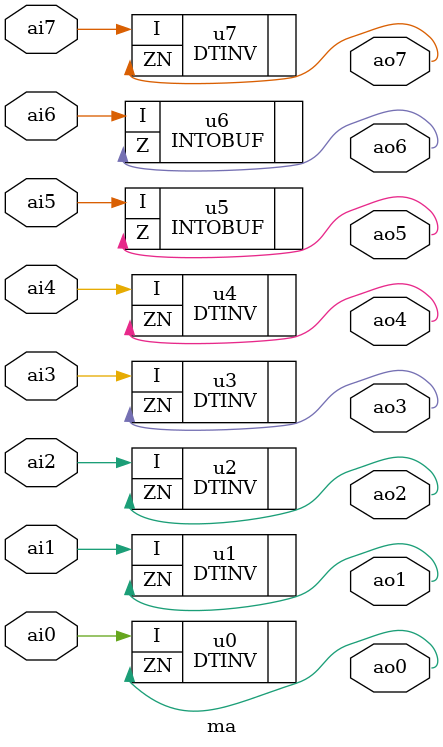
<source format=v>
module top (iso,
   ai0, ai1, ai2, ai3, ai4, ai5, ai6, ai7,
   ao0, ao1, ao2, ao3, ao4, ao5, ao6, ao7);

   input iso;
   input  ai0, ai1, ai2, ai3, ai4, ai5, ai6, ai7;
   output ao0, ao1, ao2, ao3, ao4, ao5, ao6, ao7;
   wire   aw0, aw1, aw2, aw3, aw4, aw5, aw6, aw7;
   wire aw00, aw01;

   ma ua (.ai0(ai0), .ai1(ai1), .ai2(ai2), .ai3(ai3), .ai4(ai4),
      .ai5(ai5), .ai6(ai6), .ai7(ai7), .ao0(aw0), .ao1(aw1),
      .ao2(aw2), .ao3(aw3), .ao4(aw4), .ao5(aw5), .ao6(aw6),
      .ao7(aw7));
   ISOLO a0  (.I(aw0),  .ISO(iso), .Z(aw00)); // redundant
   ISOLO a00 (.I(aw00), .ISO(iso), .Z(aw01)); // more redundant
   ISOLO a01 (.I(aw01), .ISO(iso), .Z(ao0));
   ISOLO a1  (.I(iso),  .ISO(aw1), .Z(ao1)); // swap data/enable
   ISOHI a2  (.I(aw2),  .ISO(iso), .Z(ao2)); // clamp invert
   assign ao3 = 1'b1; // constant clamp mismatch -- not coming
   INTIBUF a4 (.I(aw4), .Z(ao4)); // policy redundant
   ISOLO a5  (.I(aw5),  .ISO(iso), .Z(ao5)); // redundant, in child
   DTINV a6  (.I(aw6), .ZN(ao6)); // in child, but no_iso
   ISOLO a7  (.I(aw7),  .ISO(iso), .Z(ao7));

endmodule

module ma (
   ai0, ai1, ai2, ai3, ai4, ai5, ai6, ai7,
   ao0, ao1, ao2, ao3, ao4, ao5, ao6, ao7);

   input ai0, ai1, ai2, ai3, ai4, ai5, ai6, ai7;
   output ao0, ao1, ao2, ao3, ao4, ao5, ao6, ao7;
   DTINV u0 (.I(ai0),  .ZN(ao0));
   DTINV u1 (.I(ai1),  .ZN(ao1));
   DTINV u2 (.I(ai2),  .ZN(ao2));
   DTINV u3 (.I(ai3),  .ZN(ao3));
   DTINV u4 (.I(ai4),  .ZN(ao4));
   INTOBUF u5 (.I(ai5), .Z(ao5)); // built in isolation
   INTOBUF u6 (.I(ai6), .Z(ao6)); // built in isolation
   DTINV u7 (.I(ai7),  .ZN(ao7));
endmodule

</source>
